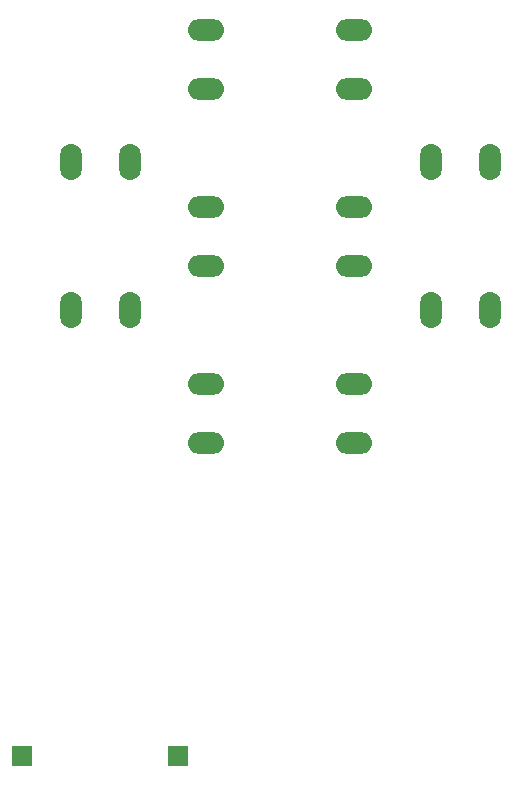
<source format=gbs>
G04 #@! TF.GenerationSoftware,KiCad,Pcbnew,7.0.10*
G04 #@! TF.CreationDate,2024-05-11T01:00:56-04:00*
G04 #@! TF.ProjectId,Remote PCB V2,52656d6f-7465-4205-9043-422056322e6b,rev?*
G04 #@! TF.SameCoordinates,Original*
G04 #@! TF.FileFunction,Soldermask,Bot*
G04 #@! TF.FilePolarity,Negative*
%FSLAX46Y46*%
G04 Gerber Fmt 4.6, Leading zero omitted, Abs format (unit mm)*
G04 Created by KiCad (PCBNEW 7.0.10) date 2024-05-11 01:00:56*
%MOMM*%
%LPD*%
G01*
G04 APERTURE LIST*
%ADD10R,1.700000X1.700000*%
%ADD11O,3.048000X1.850000*%
%ADD12O,1.850000X3.048000*%
G04 APERTURE END LIST*
D10*
X77851000Y-65278000D03*
D11*
X80230000Y-3754000D03*
X92730000Y-3754000D03*
X80230000Y-8754000D03*
X92730000Y-8754000D03*
X80230000Y-33754000D03*
X92730000Y-33754000D03*
X80230000Y-38754000D03*
X92730000Y-38754000D03*
D10*
X64643000Y-65278000D03*
D12*
X68730000Y-27504000D03*
X68730000Y-15004000D03*
X73730000Y-27504000D03*
X73730000Y-15004000D03*
X99230000Y-27504000D03*
X99230000Y-15004000D03*
X104230000Y-27504000D03*
X104230000Y-15004000D03*
D11*
X80230000Y-18754000D03*
X92730000Y-18754000D03*
X80230000Y-23754000D03*
X92730000Y-23754000D03*
M02*

</source>
